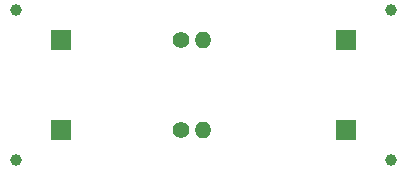
<source format=gbl>
%TF.GenerationSoftware,KiCad,Pcbnew,5.1.6+dfsg1-1*%
%TF.CreationDate,2021-08-19T04:22:28+08:00*%
%TF.ProjectId,lampblack-alert,6c616d70-626c-4616-936b-2d616c657274,rev?*%
%TF.SameCoordinates,Original*%
%TF.FileFunction,Copper,L2,Bot*%
%TF.FilePolarity,Positive*%
%FSLAX46Y46*%
G04 Gerber Fmt 4.6, Leading zero omitted, Abs format (unit mm)*
G04 Created by KiCad (PCBNEW 5.1.6+dfsg1-1) date 2021-08-19 04:22:28*
%MOMM*%
%LPD*%
G01*
G04 APERTURE LIST*
%TA.AperFunction,ComponentPad*%
%ADD10O,1.400000X1.400000*%
%TD*%
%TA.AperFunction,ComponentPad*%
%ADD11C,1.400000*%
%TD*%
%TA.AperFunction,ComponentPad*%
%ADD12R,1.700000X1.700000*%
%TD*%
%TA.AperFunction,ViaPad*%
%ADD13C,1.000000*%
%TD*%
G04 APERTURE END LIST*
D10*
%TO.P,R2,2*%
%TO.N,Net-(J2-Pad1)*%
X125090000Y-58420000D03*
D11*
%TO.P,R2,1*%
%TO.N,Net-(J3-Pad1)*%
X123190000Y-58420000D03*
%TD*%
D10*
%TO.P,R1,2*%
%TO.N,Net-(J3-Pad1)*%
X125090000Y-50800000D03*
D11*
%TO.P,R1,1*%
%TO.N,Net-(J1-Pad1)*%
X123190000Y-50800000D03*
%TD*%
D12*
%TO.P,J4,1*%
%TO.N,Net-(J2-Pad1)*%
X137160000Y-58420000D03*
%TD*%
%TO.P,J3,1*%
%TO.N,Net-(J3-Pad1)*%
X137160000Y-50800000D03*
%TD*%
%TO.P,J2,1*%
%TO.N,Net-(J2-Pad1)*%
X113030000Y-58420000D03*
%TD*%
%TO.P,J1,1*%
%TO.N,Net-(J1-Pad1)*%
X113030000Y-50800000D03*
%TD*%
D13*
%TO.N,*%
X140970000Y-48260000D03*
X140970000Y-60960000D03*
X109220000Y-60960000D03*
X109220000Y-48260000D03*
%TD*%
M02*

</source>
